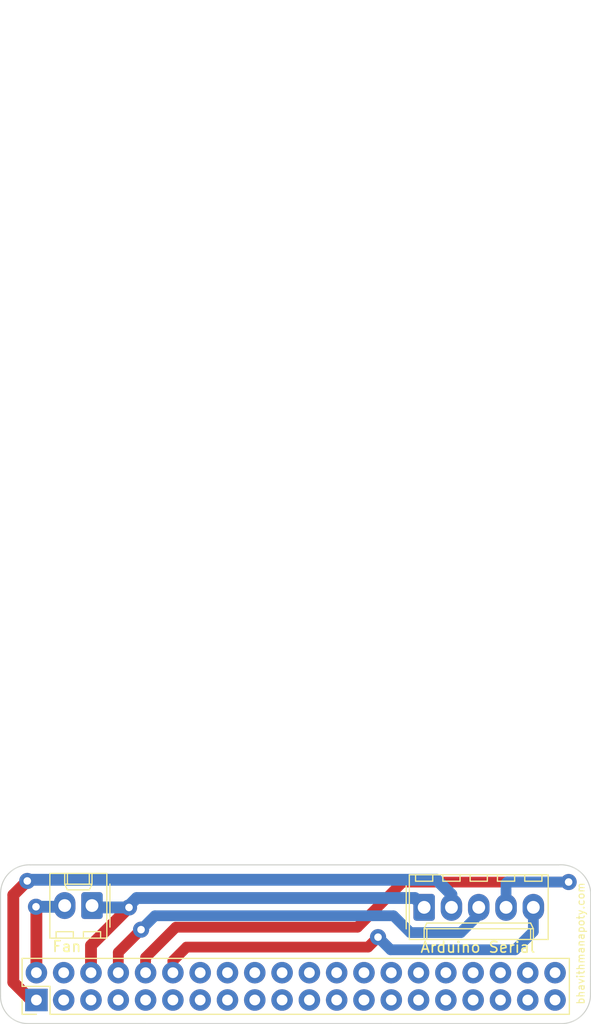
<source format=kicad_pcb>
(kicad_pcb (version 20211014) (generator pcbnew)
  (layers (0 "F.Cu" signal) (31 "B.Cu" signal) (34 "B.Paste" user) (35 "F.Paste" user) (36 "B.SilkS" user "B.Silkscreen") (37 "F.SilkS" user "F.Silkscreen") (38 "B.Mask" user) (39 "F.Mask" user) (44 "Edge.Cuts" user))
  (net 0 "")
  (net 1 "GND")
  (net 2 "5V")
  (net 3 "3.3V")
  (net 4 "TXD0")
  (net 5 "RXD0")
  (net 6 "GPIO18")
  (footprint "Connector_Molex:Molex_KK-254_AE-6410-05A_1x05_P2.54mm_Vertical" (layer "F.Cu") (at 165.726 56.179)
    (fp_text reference "J2" hide)
    (fp_text value "Arduino Serial" hide)
    (fp_line (start 0.8 -2.43) (end 0.8 -3.03) (layer "F.SilkS") (width 0.12))
    (fp_line (start 4.28 -3.03) (end 4.28 -2.43) (layer "F.SilkS") (width 0.12))
    (fp_line (start 4.28 -2.43) (end 5.88 -2.43) (layer "F.SilkS") (width 0.12))
    (fp_line (start 9.91 2.99) (end 9.91 1.99) (layer "F.SilkS") (width 0.12))
    (fp_line (start 0 1.99) (end 10.16 1.99) (layer "F.SilkS") (width 0.12))
    (fp_line (start -0.8 -2.43) (end 0.8 -2.43) (layer "F.SilkS") (width 0.12))
    (fp_line (start -1.67 -2) (end -1.67 2) (layer "F.SilkS") (width 0.12))
    (fp_line (start 9.36 -2.43) (end 10.96 -2.43) (layer "F.SilkS") (width 0.12))
    (fp_line (start -1.38 2.99) (end 11.54 2.99) (layer "F.SilkS") (width 0.12))
    (fp_line (start 3.34 -2.43) (end 3.34 -3.03) (layer "F.SilkS") (width 0.12))
    (fp_line (start 1.74 -2.43) (end 3.34 -2.43) (layer "F.SilkS") (width 0.12))
    (fp_line (start 9.36 -3.03) (end 9.36 -2.43) (layer "F.SilkS") (width 0.12))
    (fp_line (start 0 2.99) (end 0 1.99) (layer "F.SilkS") (width 0.12))
    (fp_line (start 9.91 1.46) (end 10.16 1.99) (layer "F.SilkS") (width 0.12))
    (fp_line (start 10.96 -2.43) (end 10.96 -3.03) (layer "F.SilkS") (width 0.12))
    (fp_line (start 0.25 1.46) (end 9.91 1.46) (layer "F.SilkS") (width 0.12))
    (fp_line (start 0.25 2.99) (end 0.25 1.99) (layer "F.SilkS") (width 0.12))
    (fp_line (start 6.82 -2.43) (end 8.42 -2.43) (layer "F.SilkS") (width 0.12))
    (fp_line (start -1.38 -3.03) (end -1.38 2.99) (layer "F.SilkS") (width 0.12))
    (fp_line (start 6.82 -3.03) (end 6.82 -2.43) (layer "F.SilkS") (width 0.12))
    (fp_line (start 11.54 2.99) (end 11.54 -3.03) (layer "F.SilkS") (width 0.12))
    (fp_line (start 5.88 -2.43) (end 5.88 -3.03) (layer "F.SilkS") (width 0.12))
    (fp_line (start 0 1.99) (end 0.25 1.46) (layer "F.SilkS") (width 0.12))
    (fp_line (start 1.74 -3.03) (end 1.74 -2.43) (layer "F.SilkS") (width 0.12))
    (fp_line (start -0.8 -3.03) (end -0.8 -2.43) (layer "F.SilkS") (width 0.12))
    (fp_line (start 10.16 1.99) (end 10.16 2.99) (layer "F.SilkS") (width 0.12))
    (fp_line (start 8.42 -2.43) (end 8.42 -3.03) (layer "F.SilkS") (width 0.12))
    (fp_line (start 11.54 -3.03) (end -1.38 -3.03) (layer "F.SilkS") (width 0.12))
    (pad "1" thru_hole roundrect (at 0 0) (size 2 2.5) (drill 1.19) (layers *.Cu *.Mask) (roundrect_rratio 0.143678) (net 1 "GND"))
    (pad "2" thru_hole oval (at 2.54 0) (size 2 2.5) (drill 1.19) (layers *.Cu *.Mask) (net 3 "3.3V"))
    (pad "3" thru_hole oval (at 5.08 0) (size 2 2.5) (drill 1.19) (layers *.Cu *.Mask) (net 4 "TXD0"))
    (pad "4" thru_hole oval (at 7.62 0) (size 2 2.5) (drill 1.19) (layers *.Cu *.Mask) (net 5 "RXD0"))
    (pad "5" thru_hole oval (at 10.16 0) (size 2 2.5) (drill 1.19) (layers *.Cu *.Mask) (net 6 "GPIO18"))
  )
  (footprint "Connector_Molex:Molex_KK-254_AE-6410-02A_1x02_P2.54mm_Vertical" (layer "F.Cu") (at 134.82 56.013 180)
    (fp_text reference "J1" hide)
    (fp_text value "Fan" hide)
    (fp_line (start -1.38 2.99) (end 3.92 2.99) (layer "F.SilkS") (width 0.12))
    (fp_line (start -1.67 -2) (end -1.67 2) (layer "F.SilkS") (width 0.12))
    (fp_line (start 0 2.99) (end 0 1.99) (layer "F.SilkS") (width 0.12))
    (fp_line (start 0.25 2.99) (end 0.25 1.99) (layer "F.SilkS") (width 0.12))
    (fp_line (start 3.34 -2.43) (end 3.34 -3.03) (layer "F.SilkS") (width 0.12))
    (fp_line (start -0.8 -2.43) (end 0.8 -2.43) (layer "F.SilkS") (width 0.12))
    (fp_line (start -0.8 -3.03) (end -0.8 -2.43) (layer "F.SilkS") (width 0.12))
    (fp_line (start 0.25 1.46) (end 2.29 1.46) (layer "F.SilkS") (width 0.12))
    (fp_line (start 2.29 1.46) (end 2.54 1.99) (layer "F.SilkS") (width 0.12))
    (fp_line (start 1.74 -2.43) (end 3.34 -2.43) (layer "F.SilkS") (width 0.12))
    (fp_line (start 1.74 -3.03) (end 1.74 -2.43) (layer "F.SilkS") (width 0.12))
    (fp_line (start 3.92 -3.03) (end -1.38 -3.03) (layer "F.SilkS") (width 0.12))
    (fp_line (start 0 1.99) (end 0.25 1.46) (layer "F.SilkS") (width 0.12))
    (fp_line (start 3.92 2.99) (end 3.92 -3.03) (layer "F.SilkS") (width 0.12))
    (fp_line (start 2.29 2.99) (end 2.29 1.99) (layer "F.SilkS") (width 0.12))
    (fp_line (start 2.54 1.99) (end 2.54 2.99) (layer "F.SilkS") (width 0.12))
    (fp_line (start -1.38 -3.03) (end -1.38 2.99) (layer "F.SilkS") (width 0.12))
    (fp_line (start 0.8 -2.43) (end 0.8 -3.03) (layer "F.SilkS") (width 0.12))
    (fp_line (start 0 1.99) (end 2.54 1.99) (layer "F.SilkS") (width 0.12))
    (pad "1" thru_hole roundrect (at 0 0 180) (size 2 2.5) (drill 1.19) (layers *.Cu *.Mask) (roundrect_rratio 0.143678) (net 1 "GND"))
    (pad "2" thru_hole oval (at 2.54 0 180) (size 2 2.5) (drill 1.19) (layers *.Cu *.Mask) (net 2 "5V"))
  )
  (footprint "Connector_PinHeader_2.54mm:PinHeader_2x20_P2.54mm_Vertical" (layer "F.Cu") (at 129.647 64.797 90)
    (fp_text reference "J3" hide)
    (fp_text value "Pi Header")
    (fp_line (start 1.27 1.27) (end 1.27 -1.33) (layer "F.SilkS") (width 0.12))
    (fp_line (start -1.33 -1.33) (end 0 -1.33) (layer "F.SilkS") (width 0.12))
    (fp_line (start -1.33 1.27) (end -1.33 49.59) (layer "F.SilkS") (width 0.12))
    (fp_line (start 3.87 -1.33) (end 3.87 49.59) (layer "F.SilkS") (width 0.12))
    (fp_line (start -1.33 1.27) (end 1.27 1.27) (layer "F.SilkS") (width 0.12))
    (fp_line (start 1.27 -1.33) (end 3.87 -1.33) (layer "F.SilkS") (width 0.12))
    (fp_line (start -1.33 49.59) (end 3.87 49.59) (layer "F.SilkS") (width 0.12))
    (fp_line (start -1.33 0) (end -1.33 -1.33) (layer "F.SilkS") (width 0.12))
    (pad "1" thru_hole rect (at 0 0 90) (size 2.1 2.1) (drill 1) (layers *.Cu *.Mask) (net 3 "3.3V"))
    (pad "2" thru_hole oval (at 2.54 0 90) (size 2 2) (drill 1) (layers *.Cu *.Mask) (net 2 "5V"))
    (pad "3" thru_hole oval (at 0 2.54 90) (size 2 2) (drill 1) (layers *.Cu *.Mask))
    (pad "4" thru_hole oval (at 2.54 2.54 90) (size 2 2) (drill 1) (layers *.Cu *.Mask))
    (pad "5" thru_hole oval (at 0 5.08 90) (size 2 2) (drill 1) (layers *.Cu *.Mask))
    (pad "6" thru_hole oval (at 2.54 5.08 90) (size 2 2) (drill 1) (layers *.Cu *.Mask) (net 1 "GND"))
    (pad "7" thru_hole oval (at 0 7.62 90) (size 2 2) (drill 1) (layers *.Cu *.Mask))
    (pad "8" thru_hole oval (at 2.54 7.62 90) (size 2 2) (drill 1) (layers *.Cu *.Mask) (net 4 "TXD0"))
    (pad "9" thru_hole oval (at 0 10.16 90) (size 2 2) (drill 1) (layers *.Cu *.Mask))
    (pad "10" thru_hole oval (at 2.54 10.16 90) (size 2 2) (drill 1) (layers *.Cu *.Mask) (net 5 "RXD0"))
    (pad "11" thru_hole oval (at 0 12.7 90) (size 2 2) (drill 1) (layers *.Cu *.Mask))
    (pad "12" thru_hole oval (at 2.54 12.7 90) (size 2 2) (drill 1) (layers *.Cu *.Mask) (net 6 "GPIO18"))
    (pad "13" thru_hole oval (at 0 15.24 90) (size 2 2) (drill 1) (layers *.Cu *.Mask))
    (pad "14" thru_hole oval (at 2.54 15.24 90) (size 2 2) (drill 1) (layers *.Cu *.Mask))
    (pad "15" thru_hole oval (at 0 17.78 90) (size 2 2) (drill 1) (layers *.Cu *.Mask))
    (pad "16" thru_hole oval (at 2.54 17.78 90) (size 2 2) (drill 1) (layers *.Cu *.Mask))
    (pad "17" thru_hole oval (at 0 20.32 90) (size 2 2) (drill 1) (layers *.Cu *.Mask))
    (pad "18" thru_hole oval (at 2.54 20.32 90) (size 2 2) (drill 1) (layers *.Cu *.Mask))
    (pad "19" thru_hole oval (at 0 22.86 90) (size 2 2) (drill 1) (layers *.Cu *.Mask))
    (pad "20" thru_hole oval (at 2.54 22.86 90) (size 2 2) (drill 1) (layers *.Cu *.Mask))
    (pad "21" thru_hole oval (at 0 25.4 90) (size 2 2) (drill 1) (layers *.Cu *.Mask))
    (pad "22" thru_hole oval (at 2.54 25.4 90) (size 2 2) (drill 1) (layers *.Cu *.Mask))
    (pad "23" thru_hole oval (at 0 27.94 90) (size 2 2) (drill 1) (layers *.Cu *.Mask))
    (pad "24" thru_hole oval (at 2.54 27.94 90) (size 2 2) (drill 1) (layers *.Cu *.Mask))
    (pad "25" thru_hole oval (at 0 30.48 90) (size 2 2) (drill 1) (layers *.Cu *.Mask))
    (pad "26" thru_hole oval (at 2.54 30.48 90) (size 2 2) (drill 1) (layers *.Cu *.Mask))
    (pad "27" thru_hole oval (at 0 33.02 90) (size 2 2) (drill 1) (layers *.Cu *.Mask))
    (pad "28" thru_hole oval (at 2.54 33.02 90) (size 2 2) (drill 1) (layers *.Cu *.Mask))
    (pad "29" thru_hole oval (at 0 35.56 90) (size 2 2) (drill 1) (layers *.Cu *.Mask))
    (pad "30" thru_hole oval (at 2.54 35.56 90) (size 2 2) (drill 1) (layers *.Cu *.Mask))
    (pad "31" thru_hole oval (at 0 38.1 90) (size 2 2) (drill 1) (layers *.Cu *.Mask))
    (pad "32" thru_hole oval (at 2.54 38.1 90) (size 2 2) (drill 1) (layers *.Cu *.Mask))
    (pad "33" thru_hole oval (at 0 40.64 90) (size 2 2) (drill 1) (layers *.Cu *.Mask))
    (pad "34" thru_hole oval (at 2.54 40.64 90) (size 2 2) (drill 1) (layers *.Cu *.Mask))
    (pad "35" thru_hole oval (at 0 43.18 90) (size 2 2) (drill 1) (layers *.Cu *.Mask))
    (pad "36" thru_hole oval (at 2.54 43.18 90) (size 2 2) (drill 1) (layers *.Cu *.Mask))
    (pad "37" thru_hole oval (at 0 45.72 90) (size 2 2) (drill 1) (layers *.Cu *.Mask))
    (pad "38" thru_hole oval (at 2.54 45.72 90) (size 2 2) (drill 1) (layers *.Cu *.Mask))
    (pad "39" thru_hole oval (at 0 48.26 90) (size 2 2) (drill 1) (layers *.Cu *.Mask))
    (pad "40" thru_hole oval (at 2.54 48.26 90) (size 2 2) (drill 1) (layers *.Cu *.Mask))
  )
  (gr_line (start 126.31 64.45) (end 126.311 54.756) (layer "Edge.Cuts") (width 0.1))
  (gr_arc (start 178.221 52.23) (mid 180.247051 52.87868) (end 181.221 54.77) (layer "Edge.Cuts") (width 0.1))
  (gr_arc (start 128.85 66.99) (mid 127.053949 66.246051) (end 126.31 64.45) (layer "Edge.Cuts") (width 0.1))
  (gr_line (start 181.222 54.777) (end 181.203949 64.243949) (layer "Edge.Cuts") (width 0.1))
  (gr_line (start 129.071 52.23) (end 178.221 52.23) (layer "Edge.Cuts") (width 0.1))
  (gr_arc (start 181.203949 64.243949) (mid 180.443493 66.169853) (end 178.543949 66.993949) (layer "Edge.Cuts") (width 0.1))
  (gr_arc (start 126.321 54.77) (mid 127.169949 52.930456) (end 129.071 52.23) (layer "Edge.Cuts") (width 0.1))
  (gr_line (start 178.543949 66.993949) (end 128.85 66.99) (layer "Edge.Cuts") (width 0.1))
  (gr_text "bhavithmanapoty.com" (at 180.292 59.543 90) (layer "F.SilkS") (effects (font (size 0.7 0.7) (thickness 0.1))))
  (gr_text "Fan\n" (at 132.478 59.822) (layer "F.SilkS") (effects (font (size 1 1))))
  (gr_text "Arduino Serial" (at 170.727 59.892) (layer "F.SilkS") (effects (font (size 1 1))))
  (segment (start 134.727 62.257) (end 134.727 59.727) (width 1.1) (layer "F.Cu") (net 1))
  (segment (start 134.727 59.727) (end 138.264 56.19) (width 1.1) (layer "F.Cu") (net 1))
  (via (at 138.264 56.19) (size 1.5) (drill 0.7) (layers "F.Cu" "B.Cu") (net 1))
  (segment (start 165.715 56.19) (end 165.726 56.179) (width 1.1) (layer "B.Cu") (net 1))
  (segment (start 134.842 55.991) (end 134.82 56.013) (width 0.5) (layer "B.Cu") (net 1))
  (segment (start 138.976 55.313) (end 164.86 55.313) (width 1.1) (layer "B.Cu") (net 1))
  (segment (start 138.264 56.19) (end 138.264 56.025) (width 1.1) (layer "B.Cu") (net 1))
  (segment (start 134.997 56.19) (end 134.82 56.013) (width 1.1) (layer "B.Cu") (net 1))
  (segment (start 138.264 56.19) (end 134.997 56.19) (width 1.1) (layer "B.Cu") (net 1))
  (segment (start 135.145 56.338) (end 134.82 56.013) (width 0.5) (layer "B.Cu") (net 1))
  (segment (start 164.86 55.313) (end 165.726 56.179) (width 1.1) (layer "B.Cu") (net 1))
  (segment (start 138.264 56.025) (end 138.976 55.313) (width 1.1) (layer "B.Cu") (net 1))
  (segment (start 134.921 56.114) (end 134.82 56.013) (width 1.3) (layer "B.Cu") (net 1))
  (segment (start 129.647 62.257) (end 129.647 56.163) (width 1.1) (layer "F.Cu") (net 2))
  (segment (start 129.647 56.163) (end 129.609 56.125) (width 1.1) (layer "F.Cu") (net 2))
  (via (at 129.609 56.125) (size 1.5) (drill 0.7) (layers "F.Cu" "B.Cu") (net 2))
  (segment (start 132.168 56.125) (end 132.28 56.013) (width 1.1) (layer "B.Cu") (net 2))
  (segment (start 129.609 56.125) (end 132.168 56.125) (width 1.1) (layer "B.Cu") (net 2))
  (segment (start 132.201 56.092) (end 132.28 56.013) (width 1.3) (layer "B.Cu") (net 2))
  (segment (start 132.274 56.019) (end 132.28 56.013) (width 0.5) (layer "B.Cu") (net 2))
  (segment (start 129.647 64.797) (end 129.147131 64.797) (width 1.1) (layer "F.Cu") (net 3))
  (segment (start 129.147131 64.797) (end 127.497489 63.147358) (width 1.1) (layer "F.Cu") (net 3))
  (segment (start 127.497489 63.147358) (end 127.497489 55.026511) (width 1.1) (layer "F.Cu") (net 3))
  (segment (start 127.497489 55.026511) (end 128.798 53.726) (width 1.1) (layer "F.Cu") (net 3))
  (via (at 128.798 53.726) (size 1.5) (drill 0.7) (layers "F.Cu" "B.Cu") (net 3))
  (segment (start 128.798 53.726) (end 128.91052 53.61348) (width 1.1) (layer "B.Cu") (net 3))
  (segment (start 128.91052 53.61348) (end 166.88548 53.61348) (width 1.1) (layer "B.Cu") (net 3))
  (segment (start 168.266 54.994) (end 168.266 56.179) (width 1.1) (layer "B.Cu") (net 3))
  (segment (start 166.88548 53.61348) (end 168.266 54.994) (width 1.1) (layer "B.Cu") (net 3))
  (segment (start 137.267 62.257) (end 137.267 60.372) (width 1) (layer "F.Cu") (net 4))
  (segment (start 137.267 60.372) (end 139.385 58.254) (width 1) (layer "F.Cu") (net 4))
  (via (at 139.385 58.254) (size 1.5) (drill 0.7) (layers "F.Cu" "B.Cu") (net 4))
  (segment (start 169.135649 58.52852) (end 170.806 56.858169) (width 1) (layer "B.Cu") (net 4))
  (segment (start 140.67648 56.96252) (end 162.872894 56.96252) (width 1) (layer "B.Cu") (net 4))
  (segment (start 162.872894 56.96252) (end 164.438894 58.52852) (width 1) (layer "B.Cu") (net 4))
  (segment (start 140.67648 56.96252) (end 139.385 58.254) (width 1) (layer "B.Cu") (net 4))
  (segment (start 170.806 56.257128) (end 170.806 56.179) (width 0.35) (layer "B.Cu") (net 4))
  (segment (start 170.806 56.858169) (end 170.806 56.179) (width 1) (layer "B.Cu") (net 4))
  (segment (start 164.438894 58.52852) (end 169.135649 58.52852) (width 1) (layer "B.Cu") (net 4))
  (segment (start 142.623307 58.02648) (end 159.527 58.02648) (width 1) (layer "F.Cu") (net 5))
  (segment (start 139.807 62.257) (end 139.807 60.842787) (width 1) (layer "F.Cu") (net 5))
  (segment (start 139.807 60.842787) (end 142.623307 58.02648) (width 1) (layer "F.Cu") (net 5))
  (segment (start 159.527 58.02648) (end 163.724 53.82948) (width 1) (layer "F.Cu") (net 5))
  (segment (start 163.724 53.82948) (end 179.16452 53.82948) (width 1) (layer "F.Cu") (net 5))
  (segment (start 179.16452 53.82948) (end 179.17 53.824) (width 1) (layer "F.Cu") (net 5))
  (via (at 179.17 53.824) (size 1.5) (drill 0.7) (layers "F.Cu" "B.Cu") (net 5))
  (segment (start 173.346 53.929) (end 173.346 56.179) (width 1) (layer "B.Cu") (net 5))
  (segment (start 173.451 53.824) (end 173.346 53.929) (width 1) (layer "B.Cu") (net 5))
  (segment (start 179.17 53.824) (end 173.451 53.824) (width 1) (layer "B.Cu") (net 5))
  (segment (start 173.346 56.606) (end 173.346 56.179) (width 0.35) (layer "B.Cu") (net 5))
  (segment (start 143.62298 59.87598) (end 143.623 59.876) (width 1) (layer "F.Cu") (net 6))
  (segment (start 142.347 62.257) (end 142.347 61.151668) (width 1) (layer "F.Cu") (net 6))
  (segment (start 142.347 61.151668) (end 143.622688 59.87598) (width 1) (layer "F.Cu") (net 6))
  (segment (start 143.622688 59.87598) (end 143.62298 59.87598) (width 1) (layer "F.Cu") (net 6))
  (segment (start 160.51102 59.87598) (end 161.435 58.952) (width 1) (layer "F.Cu") (net 6))
  (segment (start 143.622688 59.87598) (end 160.51102 59.87598) (width 1) (layer "F.Cu") (net 6))
  (via (at 161.435 58.952) (size 1.5) (drill 0.7) (layers "F.Cu" "B.Cu") (net 6))
  (segment (start 175.886 56.429) (end 175.886 56.179) (width 0.35) (layer "B.Cu") (net 6))
  (segment (start 162.61104 60.12804) (end 174.18696 60.12804) (width 1) (layer "B.Cu") (net 6))
  (segment (start 175.886 58.429) (end 175.886 56.179) (width 1) (layer "B.Cu") (net 6))
  (segment (start 161.435 58.952) (end 162.61104 60.12804) (width 1) (layer "B.Cu") (net 6))
  (segment (start 174.18696 60.12804) (end 175.886 58.429) (width 1) (layer "B.Cu") (net 6))
)
</source>
